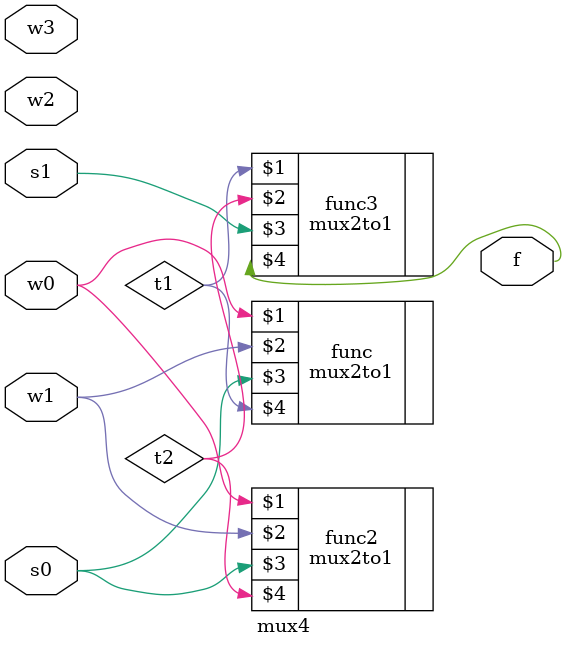
<source format=v>
`include "mux2to1.v"
module mux4(w0,w1,w2,w3,s0,s1,f);
input w0,w1,w2,w3,s0,s1;

output f;
wire t1, t2;

mux2to1 func(w0,w1,s0,t1);
mux2to1 func2(w0,w1,s0,t2);
mux2to1 func3(t1,t2,s1,f);

endmodule

</source>
